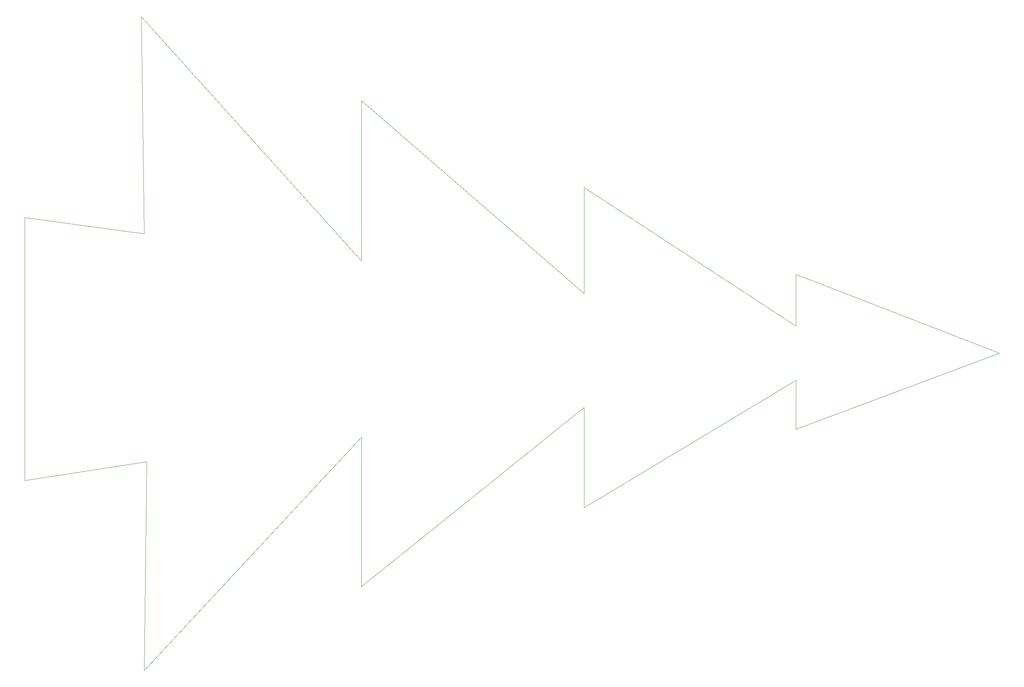
<source format=gbr>
%TF.GenerationSoftware,KiCad,Pcbnew,7.0.6-0*%
%TF.CreationDate,2023-08-23T00:03:35+02:00*%
%TF.ProjectId,tannenbaum,74616e6e-656e-4626-9175-6d2e6b696361,2.0*%
%TF.SameCoordinates,Original*%
%TF.FileFunction,Profile,NP*%
%FSLAX46Y46*%
G04 Gerber Fmt 4.6, Leading zero omitted, Abs format (unit mm)*
G04 Created by KiCad (PCBNEW 7.0.6-0) date 2023-08-23 00:03:35*
%MOMM*%
%LPD*%
G01*
G04 APERTURE LIST*
%TA.AperFunction,Profile*%
%ADD10C,0.100000*%
%TD*%
G04 APERTURE END LIST*
D10*
X114935000Y-73660000D02*
X114935000Y-36195000D01*
X167005000Y-81280000D01*
X167005000Y-56515000D01*
X216535000Y-88900000D01*
X216535000Y-76835000D01*
X264160000Y-95250000D01*
X216535000Y-113030000D01*
X216535000Y-101600000D01*
X167005000Y-131445000D01*
X167005000Y-107950000D01*
X114935000Y-149860000D01*
X114935000Y-114935000D01*
X64135000Y-169545000D01*
X64770000Y-120650000D01*
X36195000Y-125095000D01*
X36195000Y-63500000D01*
X64135000Y-67310000D01*
X63500000Y-16510000D01*
X114935000Y-73660000D01*
M02*

</source>
